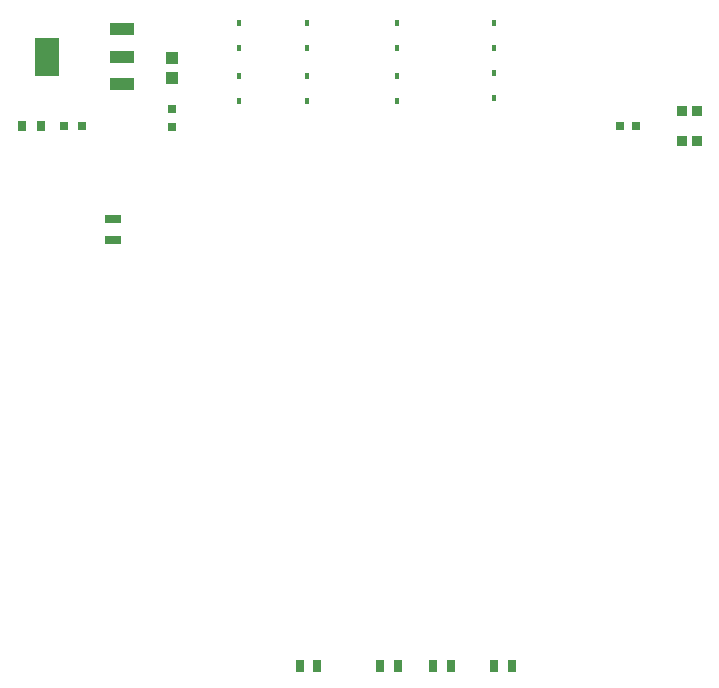
<source format=gtp>
G04*
G04 #@! TF.GenerationSoftware,Altium Limited,Altium Designer,24.3.1 (35)*
G04*
G04 Layer_Color=8421504*
%FSLAX25Y25*%
%MOIN*%
G70*
G04*
G04 #@! TF.SameCoordinates,59408384-AF90-41EA-90E0-151A5B2CE245*
G04*
G04*
G04 #@! TF.FilePolarity,Positive*
G04*
G01*
G75*
G04:AMPARAMS|DCode=16|XSize=29.92mil|YSize=26mil|CornerRadius=3.25mil|HoleSize=0mil|Usage=FLASHONLY|Rotation=270.000|XOffset=0mil|YOffset=0mil|HoleType=Round|Shape=RoundedRectangle|*
%AMROUNDEDRECTD16*
21,1,0.02992,0.01950,0,0,270.0*
21,1,0.02342,0.02600,0,0,270.0*
1,1,0.00650,-0.00975,-0.01171*
1,1,0.00650,-0.00975,0.01171*
1,1,0.00650,0.00975,0.01171*
1,1,0.00650,0.00975,-0.01171*
%
%ADD16ROUNDEDRECTD16*%
G04:AMPARAMS|DCode=17|XSize=127.95mil|YSize=80.71mil|CornerRadius=2.02mil|HoleSize=0mil|Usage=FLASHONLY|Rotation=270.000|XOffset=0mil|YOffset=0mil|HoleType=Round|Shape=RoundedRectangle|*
%AMROUNDEDRECTD17*
21,1,0.12795,0.07667,0,0,270.0*
21,1,0.12392,0.08071,0,0,270.0*
1,1,0.00404,-0.03834,-0.06196*
1,1,0.00404,-0.03834,0.06196*
1,1,0.00404,0.03834,0.06196*
1,1,0.00404,0.03834,-0.06196*
%
%ADD17ROUNDEDRECTD17*%
G04:AMPARAMS|DCode=18|XSize=39.37mil|YSize=80.71mil|CornerRadius=1.97mil|HoleSize=0mil|Usage=FLASHONLY|Rotation=270.000|XOffset=0mil|YOffset=0mil|HoleType=Round|Shape=RoundedRectangle|*
%AMROUNDEDRECTD18*
21,1,0.03937,0.07677,0,0,270.0*
21,1,0.03543,0.08071,0,0,270.0*
1,1,0.00394,-0.03839,-0.01772*
1,1,0.00394,-0.03839,0.01772*
1,1,0.00394,0.03839,0.01772*
1,1,0.00394,0.03839,-0.01772*
%
%ADD18ROUNDEDRECTD18*%
%ADD19R,0.03740X0.03740*%
%ADD20R,0.03150X0.03937*%
%ADD21R,0.03150X0.03150*%
%ADD22R,0.01772X0.02323*%
%ADD23R,0.03110X0.03661*%
%ADD24R,0.03937X0.04331*%
G04:AMPARAMS|DCode=25|XSize=51.18mil|YSize=29.92mil|CornerRadius=3.74mil|HoleSize=0mil|Usage=FLASHONLY|Rotation=180.000|XOffset=0mil|YOffset=0mil|HoleType=Round|Shape=RoundedRectangle|*
%AMROUNDEDRECTD25*
21,1,0.05118,0.02244,0,0,180.0*
21,1,0.04370,0.02992,0,0,180.0*
1,1,0.00748,-0.02185,0.01122*
1,1,0.00748,0.02185,0.01122*
1,1,0.00748,0.02185,-0.01122*
1,1,0.00748,-0.02185,-0.01122*
%
%ADD25ROUNDEDRECTD25*%
%ADD26R,0.03150X0.03150*%
D16*
X304756Y395000D02*
D03*
X299244D02*
D03*
D17*
X108500Y418055D02*
D03*
D18*
X133500Y427110D02*
D03*
Y418055D02*
D03*
Y409000D02*
D03*
D19*
X324921Y400000D02*
D03*
X320000D02*
D03*
X324961Y390000D02*
D03*
X320039D02*
D03*
D20*
X257500Y215000D02*
D03*
X263405D02*
D03*
X237047D02*
D03*
X242953D02*
D03*
X225453D02*
D03*
X219547D02*
D03*
X192595D02*
D03*
X198500D02*
D03*
D21*
X150000Y394548D02*
D03*
Y400453D02*
D03*
D22*
X195000Y429153D02*
D03*
Y420847D02*
D03*
X172500Y429153D02*
D03*
Y420847D02*
D03*
X257500Y429153D02*
D03*
Y420847D02*
D03*
X225000Y429153D02*
D03*
Y420847D02*
D03*
X257500Y412500D02*
D03*
Y404193D02*
D03*
X225000Y411654D02*
D03*
Y403346D02*
D03*
X172500Y411654D02*
D03*
Y403346D02*
D03*
X195000Y411654D02*
D03*
Y403346D02*
D03*
D23*
X100000Y395000D02*
D03*
X106457D02*
D03*
D24*
X150000Y410807D02*
D03*
Y417500D02*
D03*
D25*
X130500Y356957D02*
D03*
Y364004D02*
D03*
D26*
X114094Y394999D02*
D03*
X119999D02*
D03*
M02*

</source>
